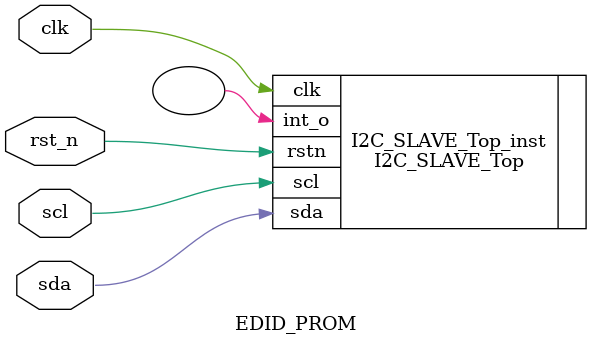
<source format=v>

`timescale 1ns/1ps

`include "EDID_PROM_defines.v"

module EDID_PROM 
(
	input clk    , //>= 5MHz, <=200MHz 
	input rst_n  ,
`ifdef  RAM  
	input wp     ,
`endif
	input scl    ,
	inout sda
);
  
I2C_SLAVE_Top  I2C_SLAVE_Top_inst 
( 
	.clk  (clk    ),
	.rstn (rst_n  ),
`ifdef  RAM  
	.wp   (wp     ),
`endif
	.scl  (scl    ),
	.sda  (sda    ),
	.int_o(       ) 
);

endmodule




</source>
